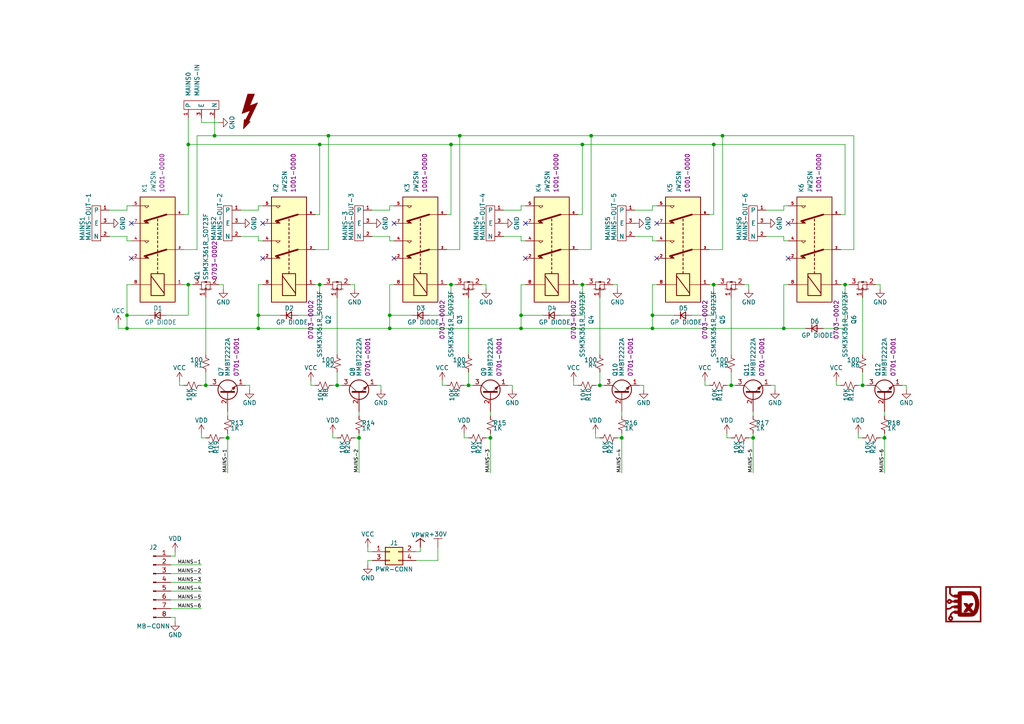
<source format=kicad_sch>
(kicad_sch (version 20211123) (generator eeschema)
  (paper "A4")
  (title_block (title "Benchy Reloaded - Relays") (rev "REV1") (company "Daxxn industries"))
  (lib_symbols
    (symbol "Connector:Conn_01x08_Male" (pin_names (offset 1.016) hide)
      (property "Reference" "J" (at 0 10.16 0))
      (property "Value" "Conn_01x08_Male" (at 0 -12.7 0))
      (symbol "Conn_01x08_Male_1_1"
        (pin passive line (at 5.08 7.62 180) (length 3.81) (name "Pin_1") (number "1"))
        (pin passive line (at 5.08 5.08 180) (length 3.81) (name "Pin_2") (number "2"))
        (pin passive line (at 5.08 2.54 180) (length 3.81) (name "Pin_3") (number "3"))
        (pin passive line (at 5.08 0 180) (length 3.81) (name "Pin_4") (number "4"))
        (pin passive line (at 5.08 -2.54 180) (length 3.81) (name "Pin_5") (number "5"))
        (pin passive line (at 5.08 -5.08 180) (length 3.81) (name "Pin_6") (number "6"))
        (pin passive line (at 5.08 -7.62 180) (length 3.81) (name "Pin_7") (number "7"))
        (pin passive line (at 5.08 -10.16 180) (length 3.81) (name "Pin_8") (number "8"))
      )
    )
    (symbol "Connector_Generic:Conn_02x02_Odd_Even" (pin_names (offset 1.016) hide)
      (property "Reference" "J" (at 1.27 2.54 0))
      (property "Value" "Conn_02x02_Odd_Even" (at 1.27 -5.08 0))
      (symbol "Conn_02x02_Odd_Even_1_1"
        (pin passive line (at -5.08 0 0) (length 3.81) (name "Pin_1") (number "1"))
        (pin passive line (at 7.62 0 180) (length 3.81) (name "Pin_2") (number "2"))
        (pin passive line (at -5.08 -2.54 0) (length 3.81) (name "Pin_3") (number "3"))
        (pin passive line (at 7.62 -2.54 180) (length 3.81) (name "Pin_4") (number "4"))
      )
    )
    (symbol "Daxxn_Connectors:3-PIN-AC-DIRECT"
      (property "Reference" "U" (at -1.27 3.81 0))
      (property "Value" "3-PIN-AC-DIRECT" (at -1.27 1.27 0))
      (symbol "3-PIN-AC-DIRECT_1_1"
        (pin passive line (at 5.08 3.81 180) (length 2.54) (name "P") (number "1"))
        (pin passive line (at 5.08 -3.81 180) (length 2.54) (name "N") (number "2"))
        (pin passive line (at 5.08 0 180) (length 2.54) (name "E") (number "3"))
      )
    )
    (symbol "Daxxn_Logos:LOGO" (pin_names (offset 1.016)))
    (symbol "Daxxn_Power:+30V" (power) (in_bom no) (on_board no)
      (property "Value" "+30V" (at 0 3.81 0))
      (symbol "+30V_0_0"
        (pin power_in line (at 0 0 90) (length 0) hide (name "+30V") (number "1"))
      )
    )
    (symbol "Daxxn_Power:VPWR" (power) (pin_names (offset 0))
      (property "Value" "VPWR" (at 0 3.556 0))
      (symbol "VPWR_1_1"
        (pin power_in line (at 0 0 90) (length 0) hide (name "VPWR") (number "1"))
      )
    )
    (symbol "Daxxn_Relays:JW2SN"
      (property "Reference" "K" (at 16.51 3.81 0))
      (property "Value" "JW2SN" (at 16.51 1.27 0))
      (property "PartNumber" "1001-0000" (at 16.51 -1.27 0))
      (symbol "JW2SN_1_1"
        (pin passive line (at -10.16 -7.62 90) (length 2.54) (name "~") (number "1"))
        (pin passive line (at -2.54 7.62 270) (length 2.54) (name "~") (number "2"))
        (pin passive line (at 0 -7.62 90) (length 2.54) (name "~") (number "3"))
        (pin passive line (at 2.54 7.62 270) (length 2.54) (name "~") (number "4"))
        (pin passive line (at 12.7 7.62 270) (length 2.54) (name "~") (number "5"))
        (pin passive line (at 10.16 -7.62 90) (length 2.54) (name "~") (number "6"))
        (pin passive line (at 7.62 7.62 270) (length 2.54) (name "~") (number "7"))
        (pin passive line (at -10.16 7.62 270) (length 2.54) (name "~") (number "8"))
      )
    )
    (symbol "Daxxn_Transistors:MMBT2222A" (pin_names (offset 0) hide)
      (property "Reference" "Q" (at 5.08 1.905 0))
      (property "Value" "MMBT2222A" (at 5.08 0 0))
      (property "PartNumber" "0701-0001" (at 5.08 -2.54 0))
      (symbol "MMBT2222A_1_1"
        (pin passive line (at 2.54 -5.08 90) (length 2.54) (name "E") (number "1"))
        (pin passive line (at -5.08 0 0) (length 5.715) (name "B") (number "2"))
        (pin passive line (at 2.54 5.08 270) (length 2.54) (name "C") (number "3"))
      )
    )
    (symbol "Daxxn_Transistors:SSM3K361R_SOT23F"
      (property "Reference" "Q" (at -8.89 2.54 0))
      (property "Value" "SSM3K361R_SOT23F" (at -10.16 5.08 0))
      (property "PartNumber" "0703-0002" (at -8.89 7.62 0))
      (symbol "SSM3K361R_SOT23F_0_0"
        (pin input line (at -2.54 0 0) (length 2.25) (name "G") (number "1"))
        (pin bidirectional line (at 1.27 -3.81 90) (length 2.54) (name "S") (number "2"))
        (pin bidirectional line (at 1.27 3.81 270) (length 2.54) (name "D") (number "3"))
      )
    )
    (symbol "Device:D_Small" (pin_numbers hide) (pin_names (offset 0.254) hide)
      (property "Reference" "D" (at -1.27 2.032 0))
      (property "Value" "D_Small" (at -3.81 -2.032 0))
      (symbol "D_Small_1_1"
        (pin passive line (at -2.54 0 0) (length 1.778) (name "K") (number "1"))
        (pin passive line (at 2.54 0 180) (length 1.778) (name "A") (number "2"))
      )
    )
    (symbol "Device:R_Small_US" (pin_numbers hide) (pin_names (offset 0.254) hide)
      (property "Reference" "R" (at 0.762 0.508 0))
      (property "Value" "R_Small_US" (at 0.762 -1.016 0))
      (symbol "R_Small_US_1_1"
        (pin passive line (at 0 2.54 270) (length 1.016) (name "~") (number "1"))
        (pin passive line (at 0 -2.54 90) (length 1.016) (name "~") (number "2"))
      )
    )
    (symbol "Graphic:SYM_Flash_Large" (pin_names (offset 1.016)))
    (symbol "JW2SN_1"
      (property "Reference" "K" (at 16.51 3.81 0))
      (property "Value" "JW2SN_1" (at 16.51 1.27 0))
      (property "PartNumber" "1001-0000" (at 16.51 -1.27 0))
      (symbol "JW2SN_1_1_1"
        (pin passive line (at -10.16 -7.62 90) (length 2.54) (name "~") (number "1"))
        (pin passive line (at -2.54 7.62 270) (length 2.54) (name "~") (number "2"))
        (pin passive line (at 0 -7.62 90) (length 2.54) (name "~") (number "3"))
        (pin passive line (at 2.54 7.62 270) (length 2.54) (name "~") (number "4"))
        (pin passive line (at 12.7 7.62 270) (length 2.54) (name "~") (number "5"))
        (pin passive line (at 10.16 -7.62 90) (length 2.54) (name "~") (number "6"))
        (pin passive line (at 7.62 7.62 270) (length 2.54) (name "~") (number "7"))
        (pin passive line (at -10.16 7.62 270) (length 2.54) (name "~") (number "8"))
      )
    )
    (symbol "JW2SN_2"
      (property "Reference" "K" (at 16.51 3.81 0))
      (property "Value" "JW2SN_2" (at 16.51 1.27 0))
      (property "PartNumber" "1001-0000" (at 16.51 -1.27 0))
      (symbol "JW2SN_2_1_1"
        (pin passive line (at -10.16 -7.62 90) (length 2.54) (name "~") (number "1"))
        (pin passive line (at -2.54 7.62 270) (length 2.54) (name "~") (number "2"))
        (pin passive line (at 0 -7.62 90) (length 2.54) (name "~") (number "3"))
        (pin passive line (at 2.54 7.62 270) (length 2.54) (name "~") (number "4"))
        (pin passive line (at 12.7 7.62 270) (length 2.54) (name "~") (number "5"))
        (pin passive line (at 10.16 -7.62 90) (length 2.54) (name "~") (number "6"))
        (pin passive line (at 7.62 7.62 270) (length 2.54) (name "~") (number "7"))
        (pin passive line (at -10.16 7.62 270) (length 2.54) (name "~") (number "8"))
      )
    )
    (symbol "JW2SN_3"
      (property "Reference" "K" (at 16.51 3.81 0))
      (property "Value" "JW2SN_3" (at 16.51 1.27 0))
      (property "PartNumber" "1001-0000" (at 16.51 -1.27 0))
      (symbol "JW2SN_3_1_1"
        (pin passive line (at -10.16 -7.62 90) (length 2.54) (name "~") (number "1"))
        (pin passive line (at -2.54 7.62 270) (length 2.54) (name "~") (number "2"))
        (pin passive line (at 0 -7.62 90) (length 2.54) (name "~") (number "3"))
        (pin passive line (at 2.54 7.62 270) (length 2.54) (name "~") (number "4"))
        (pin passive line (at 12.7 7.62 270) (length 2.54) (name "~") (number "5"))
        (pin passive line (at 10.16 -7.62 90) (length 2.54) (name "~") (number "6"))
        (pin passive line (at 7.62 7.62 270) (length 2.54) (name "~") (number "7"))
        (pin passive line (at -10.16 7.62 270) (length 2.54) (name "~") (number "8"))
      )
    )
    (symbol "JW2SN_4"
      (property "Reference" "K" (at 16.51 3.81 0))
      (property "Value" "JW2SN_4" (at 16.51 1.27 0))
      (property "PartNumber" "1001-0000" (at 16.51 -1.27 0))
      (symbol "JW2SN_4_1_1"
        (pin passive line (at -10.16 -7.62 90) (length 2.54) (name "~") (number "1"))
        (pin passive line (at -2.54 7.62 270) (length 2.54) (name "~") (number "2"))
        (pin passive line (at 0 -7.62 90) (length 2.54) (name "~") (number "3"))
        (pin passive line (at 2.54 7.62 270) (length 2.54) (name "~") (number "4"))
        (pin passive line (at 12.7 7.62 270) (length 2.54) (name "~") (number "5"))
        (pin passive line (at 10.16 -7.62 90) (length 2.54) (name "~") (number "6"))
        (pin passive line (at 7.62 7.62 270) (length 2.54) (name "~") (number "7"))
        (pin passive line (at -10.16 7.62 270) (length 2.54) (name "~") (number "8"))
      )
    )
    (symbol "JW2SN_5"
      (property "Reference" "K" (at 16.51 3.81 0))
      (property "Value" "JW2SN_5" (at 16.51 1.27 0))
      (property "PartNumber" "1001-0000" (at 16.51 -1.27 0))
      (symbol "JW2SN_5_1_1"
        (pin passive line (at -10.16 -7.62 90) (length 2.54) (name "~") (number "1"))
        (pin passive line (at -2.54 7.62 270) (length 2.54) (name "~") (number "2"))
        (pin passive line (at 0 -7.62 90) (length 2.54) (name "~") (number "3"))
        (pin passive line (at 2.54 7.62 270) (length 2.54) (name "~") (number "4"))
        (pin passive line (at 12.7 7.62 270) (length 2.54) (name "~") (number "5"))
        (pin passive line (at 10.16 -7.62 90) (length 2.54) (name "~") (number "6"))
        (pin passive line (at 7.62 7.62 270) (length 2.54) (name "~") (number "7"))
        (pin passive line (at -10.16 7.62 270) (length 2.54) (name "~") (number "8"))
      )
    )
    (symbol "power:GND" (power) (pin_names (offset 0))
      (property "Value" "GND" (at 0 -3.81 0))
      (symbol "GND_1_1"
        (pin power_in line (at 0 0 270) (length 0) hide (name "GND") (number "1"))
      )
    )
    (symbol "power:VCC" (power) (pin_names (offset 0))
      (property "Value" "VCC" (at 0 3.81 0))
      (symbol "VCC_1_1"
        (pin power_in line (at 0 0 90) (length 0) hide (name "VCC") (number "1"))
      )
    )
    (symbol "power:VDD" (power) (pin_names (offset 0))
      (property "Value" "VDD" (at 0 3.81 0))
      (symbol "VDD_1_1"
        (pin power_in line (at 0 0 90) (length 0) hide (name "VDD") (number "1"))
      )
    )
  )
  (junction (at 36.83 95.25))
  (junction (at 54.61 41.91))
  (junction (at 104.14 127))
  (junction (at 189.23 95.25))
  (junction (at 54.61 82.55))
  (junction (at 245.11 82.55))
  (junction (at 113.03 95.25))
  (junction (at 36.83 91.44))
  (junction (at 66.04 127))
  (junction (at 130.81 41.91))
  (junction (at 189.23 91.44))
  (junction (at 59.69 111.76))
  (junction (at 212.09 111.76))
  (junction (at 97.79 111.76))
  (junction (at 218.44 127))
  (junction (at 173.99 111.76))
  (junction (at 168.91 41.91))
  (junction (at 209.55 39.37))
  (junction (at 168.91 82.55))
  (junction (at 74.93 91.44))
  (junction (at 250.19 111.76))
  (junction (at 151.13 95.25))
  (junction (at 171.45 39.37))
  (junction (at 180.34 127))
  (junction (at 95.25 39.37))
  (junction (at 92.71 41.91))
  (junction (at 256.54 127))
  (junction (at 130.81 82.55))
  (junction (at 92.71 82.55))
  (junction (at 151.13 91.44))
  (junction (at 113.03 91.44))
  (junction (at 62.23 39.37))
  (junction (at 133.35 39.37))
  (junction (at 142.24 127))
  (junction (at 135.89 111.76))
  (junction (at 74.93 95.25))
  (junction (at 227.33 95.25))
  (junction (at 207.01 41.91))
  (junction (at 207.01 82.55))
  (no_connect (at 190.5 74.93))
  (no_connect (at 38.1 74.93))
  (no_connect (at 152.4 64.77))
  (no_connect (at 38.1 64.77))
  (no_connect (at 190.5 64.77))
  (no_connect (at 228.6 74.93))
  (no_connect (at 114.3 64.77))
  (no_connect (at 228.6 64.77))
  (no_connect (at 114.3 74.93))
  (no_connect (at 76.2 64.77))
  (no_connect (at 152.4 74.93))
  (no_connect (at 76.2 74.93))
  (wire (pts (xy 207.01 62.23) (xy 205.74 62.23)))
  (wire (pts (xy 248.92 111.76) (xy 250.19 111.76)))
  (wire (pts (xy 140.97 127) (xy 142.24 127)))
  (wire (pts (xy 71.12 111.76) (xy 72.39 111.76)))
  (wire (pts (xy 114.3 69.85) (xy 113.03 69.85)))
  (wire (pts (xy 129.54 111.76) (xy 128.27 111.76)))
  (wire (pts (xy 31.75 60.96) (xy 36.83 60.96)))
  (wire (pts (xy 135.89 111.76) (xy 137.16 111.76)))
  (wire (pts (xy 31.75 68.58) (xy 36.83 68.58)))
  (wire (pts (xy 74.93 82.55) (xy 74.93 91.44)))
  (wire (pts (xy 148.59 111.76) (xy 148.59 113.03)))
  (wire (pts (xy 104.14 137.16) (xy 104.14 127)))
  (wire (pts (xy 120.65 160.02) (xy 121.92 160.02)))
  (wire (pts (xy 57.15 39.37) (xy 62.23 39.37)))
  (wire (pts (xy 189.23 59.69) (xy 189.23 60.96)))
  (wire (pts (xy 49.53 161.29) (xy 50.8 161.29)))
  (wire (pts (xy 135.89 111.76) (xy 135.89 107.95)))
  (wire (pts (xy 190.5 82.55) (xy 189.23 82.55)))
  (wire (pts (xy 97.79 102.87) (xy 97.79 86.36)))
  (wire (pts (xy 173.99 111.76) (xy 173.99 107.95)))
  (wire (pts (xy 168.91 62.23) (xy 168.91 41.91)))
  (wire (pts (xy 54.61 41.91) (xy 54.61 34.29)))
  (wire (pts (xy 97.79 111.76) (xy 97.79 107.95)))
  (wire (pts (xy 262.89 111.76) (xy 262.89 113.03)))
  (wire (pts (xy 255.27 83.82) (xy 255.27 82.55)))
  (wire (pts (xy 38.1 59.69) (xy 36.83 59.69)))
  (wire (pts (xy 248.92 127) (xy 248.92 125.73)))
  (wire (pts (xy 36.83 82.55) (xy 36.83 91.44)))
  (wire (pts (xy 129.54 62.23) (xy 130.81 62.23)))
  (wire (pts (xy 228.6 69.85) (xy 227.33 69.85)))
  (wire (pts (xy 152.4 59.69) (xy 151.13 59.69)))
  (wire (pts (xy 72.39 111.76) (xy 72.39 113.03)))
  (wire (pts (xy 57.15 72.39) (xy 53.34 72.39)))
  (wire (pts (xy 227.33 69.85) (xy 227.33 68.58)))
  (wire (pts (xy 217.17 127) (xy 218.44 127)))
  (wire (pts (xy 151.13 95.25) (xy 113.03 95.25)))
  (wire (pts (xy 243.84 72.39) (xy 247.65 72.39)))
  (wire (pts (xy 91.44 111.76) (xy 90.17 111.76)))
  (wire (pts (xy 107.95 60.96) (xy 113.03 60.96)))
  (wire (pts (xy 185.42 111.76) (xy 186.69 111.76)))
  (wire (pts (xy 227.33 95.25) (xy 189.23 95.25)))
  (wire (pts (xy 120.65 162.56) (xy 127 162.56)))
  (wire (pts (xy 227.33 60.96) (xy 222.25 60.96)))
  (wire (pts (xy 151.13 91.44) (xy 157.48 91.44)))
  (wire (pts (xy 92.71 82.55) (xy 93.98 82.55)))
  (wire (pts (xy 76.2 82.55) (xy 74.93 82.55)))
  (wire (pts (xy 172.72 127) (xy 172.72 125.73)))
  (wire (pts (xy 66.04 127) (xy 66.04 125.73)))
  (wire (pts (xy 113.03 59.69) (xy 113.03 60.96)))
  (wire (pts (xy 106.68 162.56) (xy 106.68 163.83)))
  (wire (pts (xy 59.69 111.76) (xy 60.96 111.76)))
  (wire (pts (xy 250.19 111.76) (xy 251.46 111.76)))
  (wire (pts (xy 69.85 68.58) (xy 74.93 68.58)))
  (wire (pts (xy 107.95 68.58) (xy 113.03 68.58)))
  (wire (pts (xy 66.04 120.65) (xy 66.04 119.38)))
  (wire (pts (xy 50.8 160.02) (xy 50.8 161.29)))
  (wire (pts (xy 54.61 41.91) (xy 92.71 41.91)))
  (wire (pts (xy 168.91 41.91) (xy 207.01 41.91)))
  (wire (pts (xy 210.82 111.76) (xy 212.09 111.76)))
  (wire (pts (xy 74.93 91.44) (xy 74.93 95.25)))
  (wire (pts (xy 190.5 69.85) (xy 189.23 69.85)))
  (wire (pts (xy 256.54 127) (xy 256.54 125.73)))
  (wire (pts (xy 54.61 62.23) (xy 54.61 41.91)))
  (wire (pts (xy 140.97 82.55) (xy 139.7 82.55)))
  (wire (pts (xy 189.23 91.44) (xy 189.23 95.25)))
  (wire (pts (xy 250.19 102.87) (xy 250.19 86.36)))
  (wire (pts (xy 129.54 72.39) (xy 133.35 72.39)))
  (wire (pts (xy 90.17 111.76) (xy 90.17 110.49)))
  (wire (pts (xy 207.01 82.55) (xy 207.01 91.44)))
  (wire (pts (xy 179.07 82.55) (xy 177.8 82.55)))
  (wire (pts (xy 189.23 82.55) (xy 189.23 91.44)))
  (wire (pts (xy 152.4 82.55) (xy 151.13 82.55)))
  (wire (pts (xy 245.11 95.25) (xy 238.76 95.25)))
  (wire (pts (xy 212.09 111.76) (xy 212.09 107.95)))
  (wire (pts (xy 121.92 160.02) (xy 121.92 158.75)))
  (wire (pts (xy 58.42 171.45) (xy 49.53 171.45)))
  (wire (pts (xy 146.05 60.96) (xy 151.13 60.96)))
  (wire (pts (xy 113.03 91.44) (xy 119.38 91.44)))
  (wire (pts (xy 34.29 95.25) (xy 34.29 93.98)))
  (wire (pts (xy 207.01 82.55) (xy 208.28 82.55)))
  (wire (pts (xy 142.24 120.65) (xy 142.24 119.38)))
  (wire (pts (xy 36.83 69.85) (xy 36.83 68.58)))
  (wire (pts (xy 107.95 160.02) (xy 106.68 160.02)))
  (wire (pts (xy 180.34 127) (xy 180.34 125.73)))
  (wire (pts (xy 62.23 39.37) (xy 62.23 34.29)))
  (wire (pts (xy 151.13 82.55) (xy 151.13 91.44)))
  (wire (pts (xy 256.54 137.16) (xy 256.54 127)))
  (wire (pts (xy 228.6 59.69) (xy 227.33 59.69)))
  (wire (pts (xy 218.44 127) (xy 218.44 125.73)))
  (wire (pts (xy 167.64 62.23) (xy 168.91 62.23)))
  (wire (pts (xy 69.85 60.96) (xy 74.93 60.96)))
  (wire (pts (xy 227.33 95.25) (xy 233.68 95.25)))
  (wire (pts (xy 168.91 91.44) (xy 162.56 91.44)))
  (wire (pts (xy 104.14 120.65) (xy 104.14 119.38)))
  (wire (pts (xy 113.03 95.25) (xy 74.93 95.25)))
  (wire (pts (xy 205.74 82.55) (xy 207.01 82.55)))
  (wire (pts (xy 102.87 83.82) (xy 102.87 82.55)))
  (wire (pts (xy 180.34 120.65) (xy 180.34 119.38)))
  (wire (pts (xy 151.13 91.44) (xy 151.13 95.25)))
  (wire (pts (xy 113.03 91.44) (xy 113.03 95.25)))
  (wire (pts (xy 113.03 82.55) (xy 113.03 91.44)))
  (wire (pts (xy 227.33 68.58) (xy 222.25 68.58)))
  (wire (pts (xy 133.35 39.37) (xy 171.45 39.37)))
  (wire (pts (xy 190.5 59.69) (xy 189.23 59.69)))
  (wire (pts (xy 36.83 59.69) (xy 36.83 60.96)))
  (wire (pts (xy 54.61 62.23) (xy 53.34 62.23)))
  (wire (pts (xy 184.15 60.96) (xy 189.23 60.96)))
  (wire (pts (xy 114.3 59.69) (xy 113.03 59.69)))
  (wire (pts (xy 49.53 163.83) (xy 58.42 163.83)))
  (wire (pts (xy 168.91 82.55) (xy 168.91 91.44)))
  (wire (pts (xy 110.49 111.76) (xy 110.49 113.03)))
  (wire (pts (xy 227.33 59.69) (xy 227.33 60.96)))
  (wire (pts (xy 54.61 91.44) (xy 48.26 91.44)))
  (wire (pts (xy 58.42 127) (xy 58.42 125.73)))
  (wire (pts (xy 97.79 127) (xy 96.52 127)))
  (wire (pts (xy 129.54 82.55) (xy 130.81 82.55)))
  (wire (pts (xy 130.81 82.55) (xy 130.81 91.44)))
  (wire (pts (xy 151.13 59.69) (xy 151.13 60.96)))
  (wire (pts (xy 245.11 82.55) (xy 245.11 95.25)))
  (wire (pts (xy 135.89 127) (xy 134.62 127)))
  (wire (pts (xy 212.09 102.87) (xy 212.09 86.36)))
  (wire (pts (xy 255.27 127) (xy 256.54 127)))
  (wire (pts (xy 92.71 41.91) (xy 130.81 41.91)))
  (wire (pts (xy 209.55 72.39) (xy 209.55 39.37)))
  (wire (pts (xy 217.17 83.82) (xy 217.17 82.55)))
  (wire (pts (xy 224.79 111.76) (xy 224.79 113.03)))
  (wire (pts (xy 184.15 68.58) (xy 189.23 68.58)))
  (wire (pts (xy 227.33 95.25) (xy 227.33 82.55)))
  (wire (pts (xy 189.23 95.25) (xy 151.13 95.25)))
  (wire (pts (xy 130.81 82.55) (xy 132.08 82.55)))
  (wire (pts (xy 134.62 127) (xy 134.62 125.73)))
  (wire (pts (xy 114.3 82.55) (xy 113.03 82.55)))
  (wire (pts (xy 54.61 82.55) (xy 55.88 82.55)))
  (wire (pts (xy 250.19 111.76) (xy 250.19 107.95)))
  (wire (pts (xy 76.2 69.85) (xy 74.93 69.85)))
  (wire (pts (xy 107.95 162.56) (xy 106.68 162.56)))
  (wire (pts (xy 59.69 127) (xy 58.42 127)))
  (wire (pts (xy 172.72 111.76) (xy 173.99 111.76)))
  (wire (pts (xy 217.17 82.55) (xy 215.9 82.55)))
  (wire (pts (xy 204.47 111.76) (xy 204.47 110.49)))
  (wire (pts (xy 142.24 137.16) (xy 142.24 127)))
  (wire (pts (xy 173.99 111.76) (xy 175.26 111.76)))
  (wire (pts (xy 130.81 41.91) (xy 168.91 41.91)))
  (wire (pts (xy 212.09 111.76) (xy 213.36 111.76)))
  (wire (pts (xy 91.44 62.23) (xy 92.71 62.23)))
  (wire (pts (xy 92.71 82.55) (xy 92.71 91.44)))
  (wire (pts (xy 212.09 127) (xy 210.82 127)))
  (wire (pts (xy 91.44 72.39) (xy 95.25 72.39)))
  (wire (pts (xy 127 162.56) (xy 127 158.75)))
  (wire (pts (xy 64.77 83.82) (xy 64.77 82.55)))
  (wire (pts (xy 95.25 72.39) (xy 95.25 39.37)))
  (wire (pts (xy 92.71 91.44) (xy 86.36 91.44)))
  (wire (pts (xy 58.42 168.91) (xy 49.53 168.91)))
  (wire (pts (xy 50.8 179.07) (xy 50.8 180.34)))
  (wire (pts (xy 152.4 69.85) (xy 151.13 69.85)))
  (wire (pts (xy 223.52 111.76) (xy 224.79 111.76)))
  (wire (pts (xy 243.84 111.76) (xy 242.57 111.76)))
  (wire (pts (xy 167.64 111.76) (xy 166.37 111.76)))
  (wire (pts (xy 36.83 91.44) (xy 43.18 91.44)))
  (wire (pts (xy 180.34 137.16) (xy 180.34 127)))
  (wire (pts (xy 146.05 68.58) (xy 151.13 68.58)))
  (wire (pts (xy 256.54 120.65) (xy 256.54 119.38)))
  (wire (pts (xy 91.44 82.55) (xy 92.71 82.55)))
  (wire (pts (xy 209.55 39.37) (xy 247.65 39.37)))
  (wire (pts (xy 59.69 111.76) (xy 59.69 107.95)))
  (wire (pts (xy 173.99 102.87) (xy 173.99 86.36)))
  (wire (pts (xy 96.52 111.76) (xy 97.79 111.76)))
  (wire (pts (xy 207.01 62.23) (xy 207.01 41.91)))
  (wire (pts (xy 205.74 111.76) (xy 204.47 111.76)))
  (wire (pts (xy 250.19 127) (xy 248.92 127)))
  (wire (pts (xy 130.81 91.44) (xy 124.46 91.44)))
  (wire (pts (xy 104.14 127) (xy 104.14 125.73)))
  (wire (pts (xy 245.11 62.23) (xy 243.84 62.23)))
  (wire (pts (xy 76.2 59.69) (xy 74.93 59.69)))
  (wire (pts (xy 168.91 82.55) (xy 170.18 82.55)))
  (wire (pts (xy 74.93 59.69) (xy 74.93 60.96)))
  (wire (pts (xy 106.68 160.02) (xy 106.68 158.75)))
  (wire (pts (xy 189.23 69.85) (xy 189.23 68.58)))
  (wire (pts (xy 95.25 39.37) (xy 133.35 39.37)))
  (wire (pts (xy 245.11 82.55) (xy 246.38 82.55)))
  (wire (pts (xy 134.62 111.76) (xy 135.89 111.76)))
  (wire (pts (xy 36.83 82.55) (xy 38.1 82.55)))
  (wire (pts (xy 245.11 41.91) (xy 245.11 62.23)))
  (wire (pts (xy 58.42 176.53) (xy 49.53 176.53)))
  (wire (pts (xy 128.27 111.76) (xy 128.27 110.49)))
  (wire (pts (xy 228.6 82.55) (xy 227.33 82.55)))
  (wire (pts (xy 207.01 91.44) (xy 200.66 91.44)))
  (wire (pts (xy 179.07 83.82) (xy 179.07 82.55)))
  (wire (pts (xy 64.77 82.55) (xy 63.5 82.55)))
  (wire (pts (xy 58.42 111.76) (xy 59.69 111.76)))
  (wire (pts (xy 57.15 72.39) (xy 57.15 39.37)))
  (wire (pts (xy 66.04 137.16) (xy 66.04 127)))
  (wire (pts (xy 102.87 127) (xy 104.14 127)))
  (wire (pts (xy 96.52 127) (xy 96.52 125.73)))
  (wire (pts (xy 92.71 62.23) (xy 92.71 41.91)))
  (wire (pts (xy 53.34 111.76) (xy 52.07 111.76)))
  (wire (pts (xy 97.79 111.76) (xy 99.06 111.76)))
  (wire (pts (xy 133.35 72.39) (xy 133.35 39.37)))
  (wire (pts (xy 147.32 111.76) (xy 148.59 111.76)))
  (wire (pts (xy 58.42 173.99) (xy 49.53 173.99)))
  (wire (pts (xy 186.69 111.76) (xy 186.69 113.03)))
  (wire (pts (xy 210.82 127) (xy 210.82 125.73)))
  (wire (pts (xy 151.13 69.85) (xy 151.13 68.58)))
  (wire (pts (xy 261.62 111.76) (xy 262.89 111.76)))
  (wire (pts (xy 34.29 95.25) (xy 36.83 95.25)))
  (wire (pts (xy 58.42 34.29) (xy 58.42 35.56)))
  (wire (pts (xy 255.27 82.55) (xy 254 82.55)))
  (wire (pts (xy 142.24 127) (xy 142.24 125.73)))
  (wire (pts (xy 74.93 91.44) (xy 81.28 91.44)))
  (wire (pts (xy 52.07 111.76) (xy 52.07 110.49)))
  (wire (pts (xy 171.45 39.37) (xy 209.55 39.37)))
  (wire (pts (xy 49.53 179.07) (xy 50.8 179.07)))
  (wire (pts (xy 167.64 72.39) (xy 171.45 72.39)))
  (wire (pts (xy 38.1 69.85) (xy 36.83 69.85)))
  (wire (pts (xy 205.74 72.39) (xy 209.55 72.39)))
  (wire (pts (xy 130.81 62.23) (xy 130.81 41.91)))
  (wire (pts (xy 74.93 95.25) (xy 36.83 95.25)))
  (wire (pts (xy 74.93 69.85) (xy 74.93 68.58)))
  (wire (pts (xy 58.42 35.56) (xy 63.5 35.56)))
  (wire (pts (xy 135.89 102.87) (xy 135.89 86.36)))
  (wire (pts (xy 62.23 39.37) (xy 95.25 39.37)))
  (wire (pts (xy 54.61 82.55) (xy 54.61 91.44)))
  (wire (pts (xy 242.57 111.76) (xy 242.57 110.49)))
  (wire (pts (xy 243.84 82.55) (xy 245.11 82.55)))
  (wire (pts (xy 207.01 41.91) (xy 245.11 41.91)))
  (wire (pts (xy 171.45 72.39) (xy 171.45 39.37)))
  (wire (pts (xy 218.44 137.16) (xy 218.44 127)))
  (wire (pts (xy 102.87 82.55) (xy 101.6 82.55)))
  (wire (pts (xy 167.64 82.55) (xy 168.91 82.55)))
  (wire (pts (xy 173.99 127) (xy 172.72 127)))
  (wire (pts (xy 140.97 83.82) (xy 140.97 82.55)))
  (wire (pts (xy 189.23 91.44) (xy 195.58 91.44)))
  (wire (pts (xy 179.07 127) (xy 180.34 127)))
  (wire (pts (xy 58.42 166.37) (xy 49.53 166.37)))
  (wire (pts (xy 218.44 120.65) (xy 218.44 119.38)))
  (wire (pts (xy 36.83 91.44) (xy 36.83 95.25)))
  (wire (pts (xy 247.65 72.39) (xy 247.65 39.37)))
  (wire (pts (xy 53.34 82.55) (xy 54.61 82.55)))
  (wire (pts (xy 64.77 127) (xy 66.04 127)))
  (wire (pts (xy 109.22 111.76) (xy 110.49 111.76)))
  (wire (pts (xy 166.37 111.76) (xy 166.37 110.49)))
  (wire (pts (xy 113.03 69.85) (xy 113.03 68.58)))
  (wire (pts (xy 59.69 102.87) (xy 59.69 86.36)))
  (label "MAINS-1" (at 66.04 137.16 90) (effects (font (size 1.016 1.016))))
  (label "MAINS-4" (at 58.42 171.45 180) (effects (font (size 1.016 1.016))))
  (label "MAINS-5" (at 58.42 173.99 180) (effects (font (size 1.016 1.016))))
  (label "MAINS-2" (at 58.42 166.37 180) (effects (font (size 1.016 1.016))))
  (label "MAINS-4" (at 180.34 137.16 90) (effects (font (size 1.016 1.016))))
  (label "MAINS-1" (at 58.42 163.83 180) (effects (font (size 1.016 1.016))))
  (label "MAINS-2" (at 104.14 137.16 90) (effects (font (size 1.016 1.016))))
  (label "MAINS-5" (at 218.44 137.16 90) (effects (font (size 1.016 1.016))))
  (label "MAINS-3" (at 58.42 168.91 180) (effects (font (size 1.016 1.016))))
  (label "MAINS-6" (at 256.54 137.16 90) (effects (font (size 1.016 1.016))))
  (label "MAINS-3" (at 142.24 137.16 90) (effects (font (size 1.016 1.016))))
  (label "MAINS-6" (at 58.42 176.53 180) (effects (font (size 1.016 1.016))))
  (symbol (lib_id "power:GND") (at 140.97 83.82 0) (unit 1)
    (property "Reference" "#PWR010" (effects hide))
    (property "Value" "GND" (at 140.97 87.63 0))
  )
  (symbol (lib_name "JW2SN_4") (lib_id "Daxxn_Relays:JW2SN") (at 160.02 72.39 90) (unit 1)
    (property "Reference" "K4" (at 156.21 55.88 0) (effects (justify left)))
    (property "Value" "JW2SN" (at 158.75 55.88 0) (effects (justify left)))
    (property "Footprint" "Relay_THT:Relay_DPDT_Panasonic_JW2" (effects hide))
    (property "Datasheet" "%LOCAL_DATASHEETS%/JW2.pdf" (effects hide))
    (property "PartNumber" "1001-0000" (at 161.29 55.88 0) (effects (justify left)))
  )
  (symbol (lib_id "power:VDD") (at 50.8 160.02 0) (unit 1)
    (property "Reference" "#PWR036" (effects hide))
    (property "Value" "VDD" (at 50.8 156.21 0))
  )
  (symbol (lib_id "Daxxn_Relays:JW2SN") (at 121.92 72.39 90) (unit 1)
    (property "Reference" "K3" (at 118.11 55.88 0) (effects (justify left)))
    (property "Value" "JW2SN" (at 120.65 55.88 0) (effects (justify left)))
    (property "Footprint" "Relay_THT:Relay_DPDT_Panasonic_JW2" (effects hide))
    (property "Datasheet" "%LOCAL_DATASHEETS%/JW2.pdf" (effects hide))
    (property "PartNumber" "1001-0000" (at 123.19 55.88 0) (effects (justify left)))
  )
  (symbol (lib_id "power:VCC") (at 52.07 110.49 0) (unit 1)
    (property "Reference" "#PWR015" (effects hide))
    (property "Value" "VCC" (at 52.07 106.68 0))
  )
  (symbol (lib_id "Device:R_Small_US") (at 173.99 105.41 180) (unit 1)
    (property "Reference" "R4" (at 173.228 105.918 0) (effects (justify left)))
    (property "Value" "100" (at 173.228 104.394 0) (effects (justify left)))
    (property "Footprint" "Resistor_SMD:R_0402_1005Metric" (effects hide))
  )
  (symbol (lib_id "Daxxn_Transistors:SSM3K361R_SOT23F") (at 135.89 83.82 90) (unit 1)
    (property "Reference" "Q3" (at 133.35 92.71 0))
    (property "Value" "SSM3K361R_SOT23F" (at 130.81 93.98 0))
    (property "Footprint" "Package_TO_SOT_SMD:SOT-23" (effects hide))
    (property "Datasheet" "%LOCAL_DATASHEETS%\\SSM3K361R.pdf" (effects hide))
    (property "PartNumber" "0703-0002" (at 128.27 92.71 0))
  )
  (symbol (lib_id "Daxxn_Connectors:3-PIN-AC-DIRECT") (at 64.77 64.77 0) (unit 1)
    (property "Reference" "MAINS2" (at 61.976 69.85 90) (effects (justify left)))
    (property "Value" "MAINS-OUT-2" (at 63.754 69.85 90) (effects (justify left)))
    (property "Footprint" "Daxxn_Connectors:AC-EARTH-DIRECT-WIRE" (effects hide))
  )
  (symbol (lib_id "Daxxn_Transistors:SSM3K361R_SOT23F") (at 212.09 83.82 90) (unit 1)
    (property "Reference" "Q5" (at 209.55 92.71 0))
    (property "Value" "SSM3K361R_SOT23F" (at 207.01 93.98 0))
    (property "Footprint" "Package_TO_SOT_SMD:SOT-23" (effects hide))
    (property "Datasheet" "%LOCAL_DATASHEETS%\\SSM3K361R.pdf" (effects hide))
    (property "PartNumber" "0703-0002" (at 204.47 92.71 0))
  )
  (symbol (lib_id "power:VDD") (at 134.62 125.73 0) (unit 1)
    (property "Reference" "#PWR029" (effects hide))
    (property "Value" "VDD" (at 134.62 121.92 0))
  )
  (symbol (lib_id "power:GND") (at 64.77 83.82 0) (unit 1)
    (property "Reference" "#PWR08" (effects hide))
    (property "Value" "GND" (at 64.77 87.63 0))
  )
  (symbol (lib_id "Device:D_Small") (at 236.22 95.25 0) (unit 1)
    (property "Reference" "D6" (at 234.95 93.218 0) (effects (justify left)))
    (property "Value" "GP DIODE" (at 232.41 97.282 0) (effects (justify left)))
    (property "Footprint" "Diode_SMD:D_SOD-123" (effects hide))
  )
  (symbol (lib_id "Device:R_Small_US") (at 59.69 105.41 180) (unit 1)
    (property "Reference" "R1" (at 58.928 105.918 0) (effects (justify left)))
    (property "Value" "100" (at 58.928 104.394 0) (effects (justify left)))
    (property "Footprint" "Resistor_SMD:R_0402_1005Metric" (effects hide))
  )
  (symbol (lib_id "Device:R_Small_US") (at 55.88 111.76 270) (unit 1)
    (property "Reference" "R7" (at 56.388 112.522 0) (effects (justify left)))
    (property "Value" "10K" (at 54.864 112.522 0) (effects (justify left)))
    (property "Footprint" "Resistor_SMD:R_0402_1005Metric" (effects hide))
  )
  (symbol (lib_id "power:VDD") (at 210.82 125.73 0) (unit 1)
    (property "Reference" "#PWR031" (effects hide))
    (property "Value" "VDD" (at 210.82 121.92 0))
  )
  (symbol (lib_id "Daxxn_Transistors:SSM3K361R_SOT23F") (at 173.99 83.82 90) (unit 1)
    (property "Reference" "Q4" (at 171.45 92.71 0))
    (property "Value" "SSM3K361R_SOT23F" (at 168.91 93.98 0))
    (property "Footprint" "Package_TO_SOT_SMD:SOT-23" (effects hide))
    (property "Datasheet" "%LOCAL_DATASHEETS%\\SSM3K361R.pdf" (effects hide))
    (property "PartNumber" "0703-0002" (at 166.37 92.71 0))
  )
  (symbol (lib_id "Device:R_Small_US") (at 256.54 123.19 0) (unit 1)
    (property "Reference" "R18" (at 257.302 122.682 0) (effects (justify left)))
    (property "Value" "1K" (at 257.302 124.206 0) (effects (justify left)))
    (property "Footprint" "Resistor_SMD:R_0402_1005Metric" (effects hide))
  )
  (symbol (lib_id "Device:R_Small_US") (at 252.73 127 270) (unit 1)
    (property "Reference" "R24" (at 253.238 127.762 0) (effects (justify left)))
    (property "Value" "10K" (at 251.714 127.762 0) (effects (justify left)))
    (property "Footprint" "Resistor_SMD:R_0402_1005Metric" (effects hide))
  )
  (symbol (lib_id "Daxxn_Logos:LOGO") (at 279.4 175.26 0) (unit 1)
    (property "Reference" "LOGO1" (effects hide))
    (property "Value" "LOGO" (effects hide))
    (property "Footprint" "Daxxn_Logos_Art:Daxxn_Logo_N" (effects hide))
  )
  (symbol (lib_id "Device:R_Small_US") (at 218.44 123.19 0) (unit 1)
    (property "Reference" "R17" (at 219.202 122.682 0) (effects (justify left)))
    (property "Value" "1K" (at 219.202 124.206 0) (effects (justify left)))
    (property "Footprint" "Resistor_SMD:R_0402_1005Metric" (effects hide))
  )
  (symbol (lib_id "power:VCC") (at 34.29 93.98 0) (unit 1)
    (property "Reference" "#PWR014" (effects hide))
    (property "Value" "VCC" (at 34.29 90.17 0))
  )
  (symbol (lib_id "Device:R_Small_US") (at 214.63 127 270) (unit 1)
    (property "Reference" "R23" (at 215.138 127.762 0) (effects (justify left)))
    (property "Value" "10K" (at 213.614 127.762 0) (effects (justify left)))
    (property "Footprint" "Resistor_SMD:R_0402_1005Metric" (effects hide))
  )
  (symbol (lib_id "power:GND") (at 262.89 113.03 0) (unit 1)
    (property "Reference" "#PWR026" (effects hide))
    (property "Value" "GND" (at 262.89 116.84 0))
  )
  (symbol (lib_id "Daxxn_Transistors:MMBT2222A") (at 66.04 114.3 90) (unit 1)
    (property "Reference" "Q7" (at 64.135 109.22 0) (effects (justify left)))
    (property "Value" "MMBT2222A" (at 66.04 109.22 0) (effects (justify left)))
    (property "Footprint" "Package_TO_SOT_SMD:SOT-23" (effects hide))
    (property "Datasheet" "%LOCAL_DATASHEETS%\\MMBT2222A.pdf" (effects hide))
    (property "PartNumber" "0701-0001" (at 68.58 109.22 0) (effects (justify left)))
  )
  (symbol (lib_id "power:GND") (at 146.05 64.77 90) (unit 1)
    (property "Reference" "#PWR05" (effects hide))
    (property "Value" "GND" (at 149.86 64.77 0))
  )
  (symbol (lib_id "Device:R_Small_US") (at 246.38 111.76 270) (unit 1)
    (property "Reference" "R12" (at 246.888 112.522 0) (effects (justify left)))
    (property "Value" "10K" (at 245.364 112.522 0) (effects (justify left)))
    (property "Footprint" "Resistor_SMD:R_0402_1005Metric" (effects hide))
  )
  (symbol (lib_id "Daxxn_Transistors:SSM3K361R_SOT23F") (at 97.79 83.82 90) (unit 1)
    (property "Reference" "Q2" (at 95.25 92.71 0))
    (property "Value" "SSM3K361R_SOT23F" (at 92.71 93.98 0))
    (property "Footprint" "Package_TO_SOT_SMD:SOT-23" (effects hide))
    (property "Datasheet" "%LOCAL_DATASHEETS%\\SSM3K361R.pdf" (effects hide))
    (property "PartNumber" "0703-0002" (at 90.17 92.71 0))
  )
  (symbol (lib_id "Daxxn_Power:VPWR") (at 121.92 158.75 0) (unit 1)
    (property "Reference" "#PWR034" (effects hide))
    (property "Value" "VPWR" (at 121.92 155.194 0))
  )
  (symbol (lib_id "power:GND") (at 102.87 83.82 0) (unit 1)
    (property "Reference" "#PWR09" (effects hide))
    (property "Value" "GND" (at 102.87 87.63 0))
  )
  (symbol (lib_id "power:GND") (at 110.49 113.03 0) (unit 1)
    (property "Reference" "#PWR022" (effects hide))
    (property "Value" "GND" (at 110.49 116.84 0))
  )
  (symbol (lib_id "Graphic:SYM_Flash_Large") (at 72.39 31.75 0) (unit 1)
    (property "Reference" "#SYM1" (effects hide))
    (property "Value" "SYM_Flash_Large" (effects hide))
  )
  (symbol (lib_id "Device:R_Small_US") (at 62.23 127 270) (unit 1)
    (property "Reference" "R19" (at 62.738 127.762 0) (effects (justify left)))
    (property "Value" "10K" (at 61.214 127.762 0) (effects (justify left)))
    (property "Footprint" "Resistor_SMD:R_0402_1005Metric" (effects hide))
  )
  (symbol (lib_id "Device:R_Small_US") (at 100.33 127 270) (unit 1)
    (property "Reference" "R20" (at 100.838 127.762 0) (effects (justify left)))
    (property "Value" "10K" (at 99.314 127.762 0) (effects (justify left)))
    (property "Footprint" "Resistor_SMD:R_0402_1005Metric" (effects hide))
  )
  (symbol (lib_id "power:GND") (at 106.68 163.83 0) (unit 1)
    (property "Reference" "#PWR037" (effects hide))
    (property "Value" "GND" (at 106.68 167.64 0))
  )
  (symbol (lib_id "power:VCC") (at 204.47 110.49 0) (unit 1)
    (property "Reference" "#PWR019" (effects hide))
    (property "Value" "VCC" (at 204.47 106.68 0))
  )
  (symbol (lib_id "power:GND") (at 222.25 64.77 90) (unit 1)
    (property "Reference" "#PWR07" (effects hide))
    (property "Value" "GND" (at 226.06 64.77 0))
  )
  (symbol (lib_id "Device:R_Small_US") (at 66.04 123.19 0) (unit 1)
    (property "Reference" "R13" (at 66.802 122.682 0) (effects (justify left)))
    (property "Value" "1K" (at 66.802 124.206 0) (effects (justify left)))
    (property "Footprint" "Resistor_SMD:R_0402_1005Metric" (effects hide))
  )
  (symbol (lib_id "Device:D_Small") (at 45.72 91.44 0) (unit 1)
    (property "Reference" "D1" (at 44.45 89.408 0) (effects (justify left)))
    (property "Value" "GP DIODE" (at 41.91 93.472 0) (effects (justify left)))
    (property "Footprint" "Diode_SMD:D_SOD-123" (effects hide))
  )
  (symbol (lib_name "JW2SN_3") (lib_id "Daxxn_Relays:JW2SN") (at 236.22 72.39 90) (unit 1)
    (property "Reference" "K6" (at 232.41 55.88 0) (effects (justify left)))
    (property "Value" "JW2SN" (at 234.95 55.88 0) (effects (justify left)))
    (property "Footprint" "Relay_THT:Relay_DPDT_Panasonic_JW2" (effects hide))
    (property "Datasheet" "%LOCAL_DATASHEETS%/JW2.pdf" (effects hide))
    (property "PartNumber" "1001-0000" (at 237.49 55.88 0) (effects (justify left)))
  )
  (symbol (lib_id "Device:R_Small_US") (at 97.79 105.41 180) (unit 1)
    (property "Reference" "R2" (at 97.028 105.918 0) (effects (justify left)))
    (property "Value" "100" (at 97.028 104.394 0) (effects (justify left)))
    (property "Footprint" "Resistor_SMD:R_0402_1005Metric" (effects hide))
  )
  (symbol (lib_id "Connector_Generic:Conn_02x02_Odd_Even") (at 113.03 160.02 0) (unit 1)
    (property "Reference" "J1" (at 114.3 157.48 0))
    (property "Value" "PWR-CONN" (at 114.3 165.1 0))
    (property "Footprint" "Daxxn_Connectors:4-Pin_Molex_Mini-Fit_Jr_Vertical" (effects hide))
  )
  (symbol (lib_name "JW2SN_1") (lib_id "Daxxn_Relays:JW2SN") (at 83.82 72.39 90) (unit 1)
    (property "Reference" "K2" (at 80.01 55.88 0) (effects (justify left)))
    (property "Value" "JW2SN" (at 82.55 55.88 0) (effects (justify left)))
    (property "Footprint" "Relay_THT:Relay_DPDT_Panasonic_JW2" (effects hide))
    (property "Datasheet" "%LOCAL_DATASHEETS%/JW2.pdf" (effects hide))
    (property "PartNumber" "1001-0000" (at 85.09 55.88 0) (effects (justify left)))
  )
  (symbol (lib_id "Connector:Conn_01x08_Male") (at 44.45 168.91 0) (unit 1)
    (property "Reference" "J2" (at 44.45 158.75 0))
    (property "Value" "MB-CONN" (at 44.45 181.61 0))
    (property "Footprint" "Connector_JST:JST_XA_B08B-XASK-1_1x08_P2.50mm_Vertical" (effects hide))
  )
  (symbol (lib_id "Daxxn_Transistors:SSM3K361R_SOT23F") (at 250.19 83.82 90) (unit 1)
    (property "Reference" "Q6" (at 247.65 92.71 0))
    (property "Value" "SSM3K361R_SOT23F" (at 245.11 93.98 0))
    (property "Footprint" "Package_TO_SOT_SMD:SOT-23" (effects hide))
    (property "Datasheet" "%LOCAL_DATASHEETS%\\SSM3K361R.pdf" (effects hide))
    (property "PartNumber" "0703-0002" (at 242.57 92.71 0))
  )
  (symbol (lib_name "JW2SN_2") (lib_id "Daxxn_Relays:JW2SN") (at 45.72 72.39 90) (unit 1)
    (property "Reference" "K1" (at 41.91 55.88 0) (effects (justify left)))
    (property "Value" "JW2SN" (at 44.45 55.88 0) (effects (justify left)))
    (property "Footprint" "Relay_THT:Relay_DPDT_Panasonic_JW2" (effects hide))
    (property "Datasheet" "%LOCAL_DATASHEETS%/JW2.pdf" (effects hide))
    (property "PartNumber" "1001-0000" (at 46.99 55.88 0) (effects (justify left)))
  )
  (symbol (lib_id "Device:R_Small_US") (at 180.34 123.19 0) (unit 1)
    (property "Reference" "R16" (at 181.102 122.682 0) (effects (justify left)))
    (property "Value" "1K" (at 181.102 124.206 0) (effects (justify left)))
    (property "Footprint" "Resistor_SMD:R_0402_1005Metric" (effects hide))
  )
  (symbol (lib_id "Device:R_Small_US") (at 104.14 123.19 0) (unit 1)
    (property "Reference" "R14" (at 104.902 122.682 0) (effects (justify left)))
    (property "Value" "1K" (at 104.902 124.206 0) (effects (justify left)))
    (property "Footprint" "Resistor_SMD:R_0402_1005Metric" (effects hide))
  )
  (symbol (lib_id "Daxxn_Connectors:3-PIN-AC-DIRECT") (at 102.87 64.77 0) (unit 1)
    (property "Reference" "MAINS-3" (at 100.076 69.85 90) (effects (justify left)))
    (property "Value" "MAINS-OUT-3" (at 101.854 69.85 90) (effects (justify left)))
    (property "Footprint" "Daxxn_Connectors:AC-EARTH-DIRECT-WIRE" (effects hide))
  )
  (symbol (lib_id "power:VDD") (at 172.72 125.73 0) (unit 1)
    (property "Reference" "#PWR030" (effects hide))
    (property "Value" "VDD" (at 172.72 121.92 0))
  )
  (symbol (lib_name "JW2SN_5") (lib_id "Daxxn_Relays:JW2SN") (at 198.12 72.39 90) (unit 1)
    (property "Reference" "K5" (at 194.31 55.88 0) (effects (justify left)))
    (property "Value" "JW2SN" (at 196.85 55.88 0) (effects (justify left)))
    (property "Footprint" "Relay_THT:Relay_DPDT_Panasonic_JW2" (effects hide))
    (property "Datasheet" "%LOCAL_DATASHEETS%/JW2.pdf" (effects hide))
    (property "PartNumber" "1001-0000" (at 199.39 55.88 0) (effects (justify left)))
  )
  (symbol (lib_id "power:GND") (at 72.39 113.03 0) (unit 1)
    (property "Reference" "#PWR021" (effects hide))
    (property "Value" "GND" (at 72.39 116.84 0))
  )
  (symbol (lib_id "Device:R_Small_US") (at 132.08 111.76 270) (unit 1)
    (property "Reference" "R9" (at 132.588 112.522 0) (effects (justify left)))
    (property "Value" "10K" (at 131.064 112.522 0) (effects (justify left)))
    (property "Footprint" "Resistor_SMD:R_0402_1005Metric" (effects hide))
  )
  (symbol (lib_id "power:VDD") (at 96.52 125.73 0) (unit 1)
    (property "Reference" "#PWR028" (effects hide))
    (property "Value" "VDD" (at 96.52 121.92 0))
  )
  (symbol (lib_id "Device:R_Small_US") (at 93.98 111.76 270) (unit 1)
    (property "Reference" "R8" (at 94.488 112.522 0) (effects (justify left)))
    (property "Value" "10K" (at 92.964 112.522 0) (effects (justify left)))
    (property "Footprint" "Resistor_SMD:R_0402_1005Metric" (effects hide))
  )
  (symbol (lib_id "Daxxn_Connectors:3-PIN-AC-DIRECT") (at 26.67 64.77 0) (unit 1)
    (property "Reference" "MAINS1" (at 23.876 69.85 90) (effects (justify left)))
    (property "Value" "MAINS-OUT-1" (at 25.654 69.85 90) (effects (justify left)))
    (property "Footprint" "Daxxn_Connectors:AC-EARTH-DIRECT-WIRE" (effects hide))
  )
  (symbol (lib_id "Device:R_Small_US") (at 138.43 127 270) (unit 1)
    (property "Reference" "R21" (at 138.938 127.762 0) (effects (justify left)))
    (property "Value" "10K" (at 137.414 127.762 0) (effects (justify left)))
    (property "Footprint" "Resistor_SMD:R_0402_1005Metric" (effects hide))
  )
  (symbol (lib_id "power:GND") (at 107.95 64.77 90) (unit 1)
    (property "Reference" "#PWR04" (effects hide))
    (property "Value" "GND" (at 111.76 64.77 0))
  )
  (symbol (lib_id "Daxxn_Connectors:3-PIN-AC-DIRECT") (at 140.97 64.77 0) (unit 1)
    (property "Reference" "MAINS4" (at 138.176 69.85 90) (effects (justify left)))
    (property "Value" "MAINS-OUT-4" (at 139.954 69.85 90) (effects (justify left)))
    (property "Footprint" "Daxxn_Connectors:AC-EARTH-DIRECT-WIRE" (effects hide))
  )
  (symbol (lib_id "Daxxn_Transistors:MMBT2222A") (at 180.34 114.3 90) (unit 1)
    (property "Reference" "Q10" (at 178.435 109.22 0) (effects (justify left)))
    (property "Value" "MMBT2222A" (at 180.34 109.22 0) (effects (justify left)))
    (property "Footprint" "Package_TO_SOT_SMD:SOT-23" (effects hide))
    (property "Datasheet" "%LOCAL_DATASHEETS%\\MMBT2222A.pdf" (effects hide))
    (property "PartNumber" "0701-0001" (at 182.88 109.22 0) (effects (justify left)))
  )
  (symbol (lib_id "power:GND") (at 184.15 64.77 90) (unit 1)
    (property "Reference" "#PWR06" (effects hide))
    (property "Value" "GND" (at 187.96 64.77 0))
  )
  (symbol (lib_id "Device:R_Small_US") (at 142.24 123.19 0) (unit 1)
    (property "Reference" "R15" (at 143.002 122.682 0) (effects (justify left)))
    (property "Value" "1K" (at 143.002 124.206 0) (effects (justify left)))
    (property "Footprint" "Resistor_SMD:R_0402_1005Metric" (effects hide))
  )
  (symbol (lib_id "Device:D_Small") (at 121.92 91.44 0) (unit 1)
    (property "Reference" "D3" (at 120.65 89.408 0) (effects (justify left)))
    (property "Value" "GP DIODE" (at 118.11 93.472 0) (effects (justify left)))
    (property "Footprint" "Diode_SMD:D_SOD-123" (effects hide))
  )
  (symbol (lib_id "Device:R_Small_US") (at 212.09 105.41 180) (unit 1)
    (property "Reference" "R5" (at 211.328 105.918 0) (effects (justify left)))
    (property "Value" "100" (at 211.328 104.394 0) (effects (justify left)))
    (property "Footprint" "Resistor_SMD:R_0402_1005Metric" (effects hide))
  )
  (symbol (lib_id "power:VCC") (at 128.27 110.49 0) (unit 1)
    (property "Reference" "#PWR017" (effects hide))
    (property "Value" "VCC" (at 128.27 106.68 0))
  )
  (symbol (lib_id "power:VCC") (at 166.37 110.49 0) (unit 1)
    (property "Reference" "#PWR018" (effects hide))
    (property "Value" "VCC" (at 166.37 106.68 0))
  )
  (symbol (lib_id "Device:D_Small") (at 198.12 91.44 0) (unit 1)
    (property "Reference" "D5" (at 196.85 89.408 0) (effects (justify left)))
    (property "Value" "GP DIODE" (at 194.31 93.472 0) (effects (justify left)))
    (property "Footprint" "Diode_SMD:D_SOD-123" (effects hide))
  )
  (symbol (lib_id "power:VCC") (at 106.68 158.75 0) (unit 1)
    (property "Reference" "#PWR033" (effects hide))
    (property "Value" "VCC" (at 106.68 154.94 0))
  )
  (symbol (lib_id "power:GND") (at 148.59 113.03 0) (unit 1)
    (property "Reference" "#PWR023" (effects hide))
    (property "Value" "GND" (at 148.59 116.84 0))
  )
  (symbol (lib_id "power:GND") (at 50.8 180.34 0) (unit 1)
    (property "Reference" "#PWR038" (effects hide))
    (property "Value" "GND" (at 50.8 184.15 0))
  )
  (symbol (lib_id "Daxxn_Transistors:SSM3K361R_SOT23F") (at 59.69 83.82 90) (unit 1)
    (property "Reference" "Q1" (at 57.15 81.28 0) (effects (justify left)))
    (property "Value" "SSM3K361R_SOT23F" (at 59.69 81.28 0) (effects (justify left)))
    (property "Footprint" "Package_TO_SOT_SMD:SOT-23" (effects hide))
    (property "Datasheet" "%LOCAL_DATASHEETS%\\SSM3K361R.pdf" (effects hide))
    (property "PartNumber" "0703-0002" (at 62.23 81.28 0) (effects (justify left)))
  )
  (symbol (lib_id "Device:R_Small_US") (at 208.28 111.76 270) (unit 1)
    (property "Reference" "R11" (at 208.788 112.522 0) (effects (justify left)))
    (property "Value" "10K" (at 207.264 112.522 0) (effects (justify left)))
    (property "Footprint" "Resistor_SMD:R_0402_1005Metric" (effects hide))
  )
  (symbol (lib_id "Daxxn_Connectors:3-PIN-AC-DIRECT") (at 179.07 64.77 0) (unit 1)
    (property "Reference" "MAINS5" (at 176.276 69.85 90) (effects (justify left)))
    (property "Value" "MAINS-OUT-5" (at 178.054 69.85 90) (effects (justify left)))
    (property "Footprint" "Daxxn_Connectors:AC-EARTH-DIRECT-WIRE" (effects hide))
  )
  (symbol (lib_id "power:GND") (at 224.79 113.03 0) (unit 1)
    (property "Reference" "#PWR025" (effects hide))
    (property "Value" "GND" (at 224.79 116.84 0))
  )
  (symbol (lib_id "Daxxn_Transistors:MMBT2222A") (at 218.44 114.3 90) (unit 1)
    (property "Reference" "Q11" (at 216.535 109.22 0) (effects (justify left)))
    (property "Value" "MMBT2222A" (at 218.44 109.22 0) (effects (justify left)))
    (property "Footprint" "Package_TO_SOT_SMD:SOT-23" (effects hide))
    (property "Datasheet" "%LOCAL_DATASHEETS%\\MMBT2222A.pdf" (effects hide))
    (property "PartNumber" "0701-0001" (at 220.98 109.22 0) (effects (justify left)))
  )
  (symbol (lib_id "Device:D_Small") (at 83.82 91.44 0) (unit 1)
    (property "Reference" "D2" (at 82.55 89.408 0) (effects (justify left)))
    (property "Value" "GP DIODE" (at 80.01 93.472 0) (effects (justify left)))
    (property "Footprint" "Diode_SMD:D_SOD-123" (effects hide))
  )
  (symbol (lib_id "power:GND") (at 255.27 83.82 0) (unit 1)
    (property "Reference" "#PWR013" (effects hide))
    (property "Value" "GND" (at 255.27 87.63 0))
  )
  (symbol (lib_id "power:GND") (at 186.69 113.03 0) (unit 1)
    (property "Reference" "#PWR024" (effects hide))
    (property "Value" "GND" (at 186.69 116.84 0))
  )
  (symbol (lib_id "power:VDD") (at 248.92 125.73 0) (unit 1)
    (property "Reference" "#PWR032" (effects hide))
    (property "Value" "VDD" (at 248.92 121.92 0))
  )
  (symbol (lib_id "power:VCC") (at 90.17 110.49 0) (unit 1)
    (property "Reference" "#PWR016" (effects hide))
    (property "Value" "VCC" (at 90.17 106.68 0))
  )
  (symbol (lib_id "Daxxn_Transistors:MMBT2222A") (at 256.54 114.3 90) (unit 1)
    (property "Reference" "Q12" (at 254.635 109.22 0) (effects (justify left)))
    (property "Value" "MMBT2222A" (at 256.54 109.22 0) (effects (justify left)))
    (property "Footprint" "Package_TO_SOT_SMD:SOT-23" (effects hide))
    (property "Datasheet" "%LOCAL_DATASHEETS%\\MMBT2222A.pdf" (effects hide))
    (property "PartNumber" "0701-0001" (at 259.08 109.22 0) (effects (justify left)))
  )
  (symbol (lib_id "power:GND") (at 179.07 83.82 0) (unit 1)
    (property "Reference" "#PWR011" (effects hide))
    (property "Value" "GND" (at 179.07 87.63 0))
  )
  (symbol (lib_id "Daxxn_Transistors:MMBT2222A") (at 142.24 114.3 90) (unit 1)
    (property "Reference" "Q9" (at 140.335 109.22 0) (effects (justify left)))
    (property "Value" "MMBT2222A" (at 142.24 109.22 0) (effects (justify left)))
    (property "Footprint" "Package_TO_SOT_SMD:SOT-23" (effects hide))
    (property "Datasheet" "%LOCAL_DATASHEETS%\\MMBT2222A.pdf" (effects hide))
    (property "PartNumber" "0701-0001" (at 144.78 109.22 0) (effects (justify left)))
  )
  (symbol (lib_id "Daxxn_Transistors:MMBT2222A") (at 104.14 114.3 90) (unit 1)
    (property "Reference" "Q8" (at 102.235 109.22 0) (effects (justify left)))
    (property "Value" "MMBT2222A" (at 104.14 109.22 0) (effects (justify left)))
    (property "Footprint" "Package_TO_SOT_SMD:SOT-23" (effects hide))
    (property "Datasheet" "%LOCAL_DATASHEETS%\\MMBT2222A.pdf" (effects hide))
    (property "PartNumber" "0701-0001" (at 106.68 109.22 0) (effects (justify left)))
  )
  (symbol (lib_id "Device:D_Small") (at 160.02 91.44 0) (unit 1)
    (property "Reference" "D4" (at 158.75 89.408 0) (effects (justify left)))
    (property "Value" "GP DIODE" (at 156.21 93.472 0) (effects (justify left)))
    (property "Footprint" "Diode_SMD:D_SOD-123" (effects hide))
  )
  (symbol (lib_id "power:GND") (at 31.75 64.77 90) (unit 1)
    (property "Reference" "#PWR02" (effects hide))
    (property "Value" "GND" (at 35.56 64.77 0))
  )
  (symbol (lib_id "Device:R_Small_US") (at 170.18 111.76 270) (unit 1)
    (property "Reference" "R10" (at 170.688 112.522 0) (effects (justify left)))
    (property "Value" "10K" (at 169.164 112.522 0) (effects (justify left)))
    (property "Footprint" "Resistor_SMD:R_0402_1005Metric" (effects hide))
  )
  (symbol (lib_id "power:VCC") (at 242.57 110.49 0) (unit 1)
    (property "Reference" "#PWR020" (effects hide))
    (property "Value" "VCC" (at 242.57 106.68 0))
  )
  (symbol (lib_id "Daxxn_Connectors:3-PIN-AC-DIRECT") (at 217.17 64.77 0) (unit 1)
    (property "Reference" "MAINS6" (at 214.376 69.85 90) (effects (justify left)))
    (property "Value" "MAINS-OUT-6" (at 216.154 69.85 90) (effects (justify left)))
    (property "Footprint" "Daxxn_Connectors:AC-EARTH-DIRECT-WIRE" (effects hide))
  )
  (symbol (lib_id "Device:R_Small_US") (at 176.53 127 270) (unit 1)
    (property "Reference" "R22" (at 177.038 127.762 0) (effects (justify left)))
    (property "Value" "10K" (at 175.514 127.762 0) (effects (justify left)))
    (property "Footprint" "Resistor_SMD:R_0402_1005Metric" (effects hide))
  )
  (symbol (lib_id "Daxxn_Connectors:3-PIN-AC-DIRECT") (at 58.42 29.21 90) (mirror x) (unit 1)
    (property "Reference" "MAINS0" (at 54.61 27.94 0) (effects (justify right)))
    (property "Value" "MAINS-IN" (at 57.15 27.94 0) (effects (justify right)))
    (property "Footprint" "Daxxn_Connectors:AC-EARTH-DIRECT-WIRE" (effects hide))
  )
  (symbol (lib_id "Device:R_Small_US") (at 135.89 105.41 180) (unit 1)
    (property "Reference" "R3" (at 135.128 105.918 0) (effects (justify left)))
    (property "Value" "100" (at 135.128 104.394 0) (effects (justify left)))
    (property "Footprint" "Resistor_SMD:R_0402_1005Metric" (effects hide))
  )
  (symbol (lib_id "power:GND") (at 63.5 35.56 90) (unit 1)
    (property "Reference" "#PWR01" (effects hide))
    (property "Value" "GND" (at 67.31 35.56 0))
  )
  (symbol (lib_id "power:VDD") (at 58.42 125.73 0) (unit 1)
    (property "Reference" "#PWR027" (effects hide))
    (property "Value" "VDD" (at 58.42 121.92 0))
  )
  (symbol (lib_id "Daxxn_Power:+30V") (at 127 158.75 0) (unit 1) (in_bom no) (on_board no)
    (property "Reference" "#PWR035" (effects hide))
    (property "Value" "+30V" (at 127 154.94 0))
  )
  (symbol (lib_id "power:GND") (at 217.17 83.82 0) (unit 1)
    (property "Reference" "#PWR012" (effects hide))
    (property "Value" "GND" (at 217.17 87.63 0))
  )
  (symbol (lib_id "Device:R_Small_US") (at 250.19 105.41 180) (unit 1)
    (property "Reference" "R6" (at 249.428 105.918 0) (effects (justify left)))
    (property "Value" "100" (at 249.428 104.394 0) (effects (justify left)))
    (property "Footprint" "Resistor_SMD:R_0402_1005Metric" (effects hide))
  )
  (symbol (lib_id "power:GND") (at 69.85 64.77 90) (unit 1)
    (property "Reference" "#PWR03" (effects hide))
    (property "Value" "GND" (at 73.66 64.77 0))
  )
)
</source>
